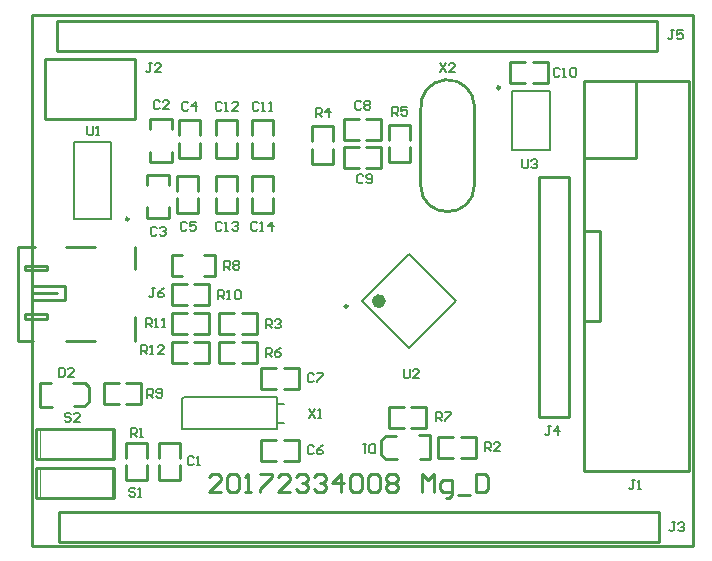
<source format=gto>
G04*
G04 #@! TF.GenerationSoftware,Altium Limited,Altium Designer,20.0.2 (26)*
G04*
G04 Layer_Color=65535*
%FSLAX24Y24*%
%MOIN*%
G70*
G01*
G75*
%ADD10C,0.0098*%
%ADD11C,0.0236*%
%ADD12C,0.0100*%
%ADD13C,0.0079*%
%ADD14C,0.0070*%
%ADD15C,0.0050*%
%ADD16C,0.0010*%
D10*
X10518Y7994D02*
G03*
X10518Y7994I-49J0D01*
G01*
X15599Y15285D02*
G03*
X15599Y15285I-49J0D01*
G01*
X3225Y10901D02*
G03*
X3225Y10901I-49J0D01*
G01*
D11*
X11679Y8168D02*
G03*
X11679Y8168I-118J0D01*
G01*
D12*
X14750Y14650D02*
G03*
X12961Y14509I-900J0D01*
G01*
X12950Y12050D02*
G03*
X14750Y12050I900J0D01*
G01*
X2400Y5450D02*
X2900D01*
X2400Y4750D02*
Y5450D01*
Y4750D02*
X2900D01*
X3150Y5450D02*
X3650D01*
Y4750D02*
Y5450D01*
X3150Y4750D02*
X3650D01*
X270Y5430D02*
X630D01*
X270Y4650D02*
X660D01*
X1380Y5450D02*
X1760D01*
X1400Y4670D02*
X1750D01*
X270Y4650D02*
Y5430D01*
X1760Y5450D02*
X1900Y5310D01*
X1750Y4670D02*
X1900Y4820D01*
Y5310D01*
X12920Y2920D02*
X13280D01*
X12890Y3700D02*
X13280D01*
X11790Y2900D02*
X12170D01*
X11800Y3680D02*
X12150D01*
X13280Y2920D02*
Y3700D01*
X11650Y3040D02*
X11790Y2900D01*
X11650Y3530D02*
X11800Y3680D01*
X11650Y3040D02*
Y3530D01*
X4250Y2200D02*
Y2700D01*
Y2200D02*
X4950D01*
Y2700D01*
X4250Y2950D02*
Y3450D01*
X4950D01*
Y2950D02*
Y3450D01*
X3150Y2200D02*
Y2700D01*
Y2200D02*
X3850D01*
Y2700D01*
X3150Y2950D02*
Y3450D01*
X3850D01*
Y2950D02*
Y3450D01*
X2750Y2612D02*
X2750Y1588D01*
X150Y2612D02*
X2750D01*
X150Y1588D02*
X150Y2612D01*
X150Y1588D02*
X2750Y1588D01*
X2750Y3912D02*
X2750Y2888D01*
X150Y3912D02*
X2750D01*
X150Y2888D02*
X150Y3912D01*
X150Y2888D02*
X2750Y2888D01*
X14300Y2950D02*
X14800D01*
Y3650D01*
X14300D02*
X14800D01*
X13550Y2950D02*
X14050D01*
X13550D02*
Y3650D01*
X14050D01*
X12650Y3950D02*
X13150D01*
Y4650D01*
X12650D02*
X13150D01*
X11900Y3950D02*
X12400D01*
X11900D02*
Y4650D01*
X12400D01*
X7650Y5950D02*
X8150D01*
X7650Y5250D02*
Y5950D01*
Y5250D02*
X8150D01*
X8400Y5950D02*
X8900D01*
Y5250D02*
Y5950D01*
X8400Y5250D02*
X8900D01*
X7650Y3550D02*
X8150D01*
X7650Y2850D02*
Y3550D01*
Y2850D02*
X8150D01*
X8400Y3550D02*
X8900D01*
Y2850D02*
Y3550D01*
X8400Y2850D02*
X8900D01*
X6250Y7765D02*
X6750D01*
X6250Y7065D02*
Y7765D01*
Y7065D02*
X6750D01*
X7000Y7765D02*
X7500D01*
Y7065D02*
Y7765D01*
X7000Y7065D02*
X7500D01*
X6250Y6800D02*
X6750D01*
X6250Y6100D02*
Y6800D01*
Y6100D02*
X6750D01*
X7000Y6800D02*
X7500D01*
Y6100D02*
Y6800D01*
X7000Y6100D02*
X7500D01*
X4667Y9704D02*
X5002D01*
X4667D02*
X5002D01*
X4667Y8996D02*
X5002D01*
X4667D02*
Y9704D01*
X6104Y8996D02*
Y9704D01*
X5750D02*
X6104D01*
X5750Y8996D02*
X6104D01*
X4667Y8730D02*
X5167D01*
X4667Y8030D02*
Y8730D01*
Y8030D02*
X5167D01*
X5417Y8730D02*
X5917D01*
Y8030D02*
Y8730D01*
X5417Y8030D02*
X5917D01*
X4667Y6800D02*
X5167D01*
X4667Y6100D02*
Y6800D01*
Y6100D02*
X5167D01*
X5417Y6800D02*
X5917D01*
Y6100D02*
Y6800D01*
X5417Y6100D02*
X5917D01*
X4667Y7765D02*
X5167D01*
X4667Y7065D02*
Y7765D01*
Y7065D02*
X5167D01*
X5417Y7765D02*
X5917D01*
Y7065D02*
Y7765D01*
X5417Y7065D02*
X5917D01*
X-451Y6827D02*
Y9977D01*
X-243Y9347D02*
X505D01*
X-243Y9189D02*
X-243Y9347D01*
X-243Y9189D02*
X505Y9189D01*
X505Y9347D01*
X-243Y7732D02*
X505Y7732D01*
X-243Y7575D02*
Y7732D01*
Y7575D02*
X505D01*
Y7732D01*
X1095Y8205D02*
Y8677D01*
X-7Y8205D02*
X1095Y8205D01*
X-7Y8205D02*
Y8677D01*
X1095D01*
X-7Y8441D02*
X820Y8441D01*
X1149Y6826D02*
X2099D01*
X-451Y6827D02*
X49D01*
X1149Y9976D02*
X2099Y9976D01*
X-451Y9977D02*
X99D01*
X3418D02*
X3418Y9229D01*
X3418Y6827D02*
Y7654D01*
X900Y150D02*
Y1150D01*
Y150D02*
X20900D01*
Y1150D01*
X900D02*
X20900D01*
X18398Y15506D02*
X21902D01*
X18398Y2504D02*
Y15506D01*
X21902Y2504D02*
Y15506D01*
X18950Y7500D02*
Y10500D01*
X18408Y7500D02*
X18950D01*
X18408Y10500D02*
X18950D01*
X18418Y12937D02*
X20150D01*
Y15506D01*
X18398Y2494D02*
X21902D01*
X850Y16500D02*
Y17500D01*
Y16500D02*
X20850D01*
Y17500D01*
X850D02*
X20850D01*
X16700Y15450D02*
X17200D01*
Y16150D01*
X16700D02*
X17200D01*
X15950Y15450D02*
X16450D01*
X15950D02*
Y16150D01*
X16450D01*
X16900Y4300D02*
X17900D01*
X16900Y12300D02*
X17900D01*
X16900Y4300D02*
Y12300D01*
X17900Y4300D02*
Y12300D01*
X12950Y12050D02*
X12950Y14550D01*
X14750Y14650D02*
X14750Y12050D01*
X10400Y13300D02*
X10900D01*
X10400Y12600D02*
Y13300D01*
Y12600D02*
X10900D01*
X11150Y13300D02*
X11650D01*
Y12600D02*
Y13300D01*
X11150Y12600D02*
X11650D01*
X10400Y14250D02*
X10900D01*
X10400Y13550D02*
Y14250D01*
Y13550D02*
X10900D01*
X11150Y14250D02*
X11650D01*
Y13550D02*
Y14250D01*
X11150Y13550D02*
X11650D01*
X10050Y13500D02*
Y14000D01*
X9350D02*
X10050D01*
X9350Y13500D02*
Y14000D01*
X10050Y12750D02*
Y13250D01*
X9350Y12750D02*
X10050D01*
X9350D02*
Y13250D01*
X12600Y13550D02*
Y14050D01*
X11900D02*
X12600D01*
X11900Y13550D02*
Y14050D01*
X12600Y12800D02*
Y13300D01*
X11900Y12800D02*
X12600D01*
X11900D02*
Y13300D01*
X4554Y12050D02*
Y12385D01*
Y12050D02*
Y12385D01*
X3846Y12050D02*
Y12385D01*
X4554D01*
X3846Y10948D02*
X4554D01*
Y11302D01*
X3846Y10948D02*
Y11302D01*
X5550Y11850D02*
Y12350D01*
X4850D02*
X5550D01*
X4850Y11850D02*
Y12350D01*
X5550Y11100D02*
Y11600D01*
X4850Y11100D02*
X5550D01*
X4850D02*
Y11600D01*
X6150Y11100D02*
Y11600D01*
Y11100D02*
X6850D01*
Y11600D01*
X6150Y11850D02*
Y12350D01*
X6850D01*
Y11850D02*
Y12350D01*
X7325Y11100D02*
Y11600D01*
Y11100D02*
X8025D01*
Y11600D01*
X7325Y11850D02*
Y12350D01*
X8025D01*
Y11850D02*
Y12350D01*
X3946Y12815D02*
Y13150D01*
Y12815D02*
Y13150D01*
X4654Y12815D02*
Y13150D01*
X3946Y12815D02*
X4654D01*
X3946Y14252D02*
X4654D01*
X3946Y13898D02*
Y14252D01*
X4654Y13898D02*
Y14252D01*
X4900Y12950D02*
Y13450D01*
Y12950D02*
X5600D01*
Y13450D01*
X4900Y13700D02*
Y14200D01*
X5600D01*
Y13700D02*
Y14200D01*
X8025Y13700D02*
Y14200D01*
X7325D02*
X8025D01*
X7325Y13700D02*
Y14200D01*
X8025Y12950D02*
Y13450D01*
X7325Y12950D02*
X8025D01*
X7325D02*
Y13450D01*
X6850Y13700D02*
Y14200D01*
X6150D02*
X6850D01*
X6150Y13700D02*
Y14200D01*
X6850Y12950D02*
Y13450D01*
X6150Y12950D02*
X6850D01*
X6150D02*
Y13450D01*
X3450Y14250D02*
Y16250D01*
X450D02*
X3450D01*
X450Y14250D02*
Y16250D01*
Y14250D02*
X3450D01*
X6300Y1800D02*
X5900D01*
X6300Y2200D01*
Y2300D01*
X6200Y2400D01*
X6000D01*
X5900Y2300D01*
X6500D02*
X6600Y2400D01*
X6800D01*
X6900Y2300D01*
Y1900D01*
X6800Y1800D01*
X6600D01*
X6500Y1900D01*
Y2300D01*
X7100Y1800D02*
X7300D01*
X7200D01*
Y2400D01*
X7100Y2300D01*
X7599Y2400D02*
X7999D01*
Y2300D01*
X7599Y1900D01*
Y1800D01*
X8599D02*
X8199D01*
X8599Y2200D01*
Y2300D01*
X8499Y2400D01*
X8299D01*
X8199Y2300D01*
X8799D02*
X8899Y2400D01*
X9099D01*
X9199Y2300D01*
Y2200D01*
X9099Y2100D01*
X8999D01*
X9099D01*
X9199Y2000D01*
Y1900D01*
X9099Y1800D01*
X8899D01*
X8799Y1900D01*
X9399Y2300D02*
X9499Y2400D01*
X9699D01*
X9799Y2300D01*
Y2200D01*
X9699Y2100D01*
X9599D01*
X9699D01*
X9799Y2000D01*
Y1900D01*
X9699Y1800D01*
X9499D01*
X9399Y1900D01*
X10299Y1800D02*
Y2400D01*
X9999Y2100D01*
X10399D01*
X10598Y2300D02*
X10698Y2400D01*
X10898D01*
X10998Y2300D01*
Y1900D01*
X10898Y1800D01*
X10698D01*
X10598Y1900D01*
Y2300D01*
X11198D02*
X11298Y2400D01*
X11498D01*
X11598Y2300D01*
Y1900D01*
X11498Y1800D01*
X11298D01*
X11198Y1900D01*
Y2300D01*
X11798D02*
X11898Y2400D01*
X12098D01*
X12198Y2300D01*
Y2200D01*
X12098Y2100D01*
X12198Y2000D01*
Y1900D01*
X12098Y1800D01*
X11898D01*
X11798Y1900D01*
Y2000D01*
X11898Y2100D01*
X11798Y2200D01*
Y2300D01*
X11898Y2100D02*
X12098D01*
X12998Y1800D02*
Y2400D01*
X13198Y2200D01*
X13398Y2400D01*
Y1800D01*
X13797Y1600D02*
X13897D01*
X13997Y1700D01*
Y2200D01*
X13697D01*
X13598Y2100D01*
Y1900D01*
X13697Y1800D01*
X13997D01*
X14197Y1700D02*
X14597D01*
X14797Y2400D02*
Y1800D01*
X15097D01*
X15197Y1900D01*
Y2300D01*
X15097Y2400D01*
X14797D01*
X22047Y0D02*
Y17717D01*
X-0D02*
X22047D01*
X-0D02*
X0Y0D01*
X22047D01*
D13*
X11005Y8168D02*
X12564Y6609D01*
Y9727D02*
X14123Y8168D01*
X11005Y8168D02*
X12564Y9727D01*
Y6609D02*
X14123Y8168D01*
X15993Y13216D02*
X17253D01*
X15993Y15184D02*
X17253D01*
Y13216D02*
Y15184D01*
X15993Y13216D02*
Y15184D01*
X1384Y13480D02*
X2644D01*
X1384Y10920D02*
X2644D01*
X1384D02*
Y13480D01*
X2644Y10920D02*
Y13480D01*
D14*
X5247Y3891D02*
X8161D01*
X8161Y4966D02*
X8161Y3891D01*
X5247Y4966D02*
X8161Y4966D01*
X5066D02*
X5247Y4966D01*
X5000Y4900D02*
X5066Y4966D01*
X5000Y4900D02*
X5000Y3900D01*
X5009Y3891D01*
X5247D01*
X8161Y4100D02*
X8400D01*
X8154Y4746D02*
X8400D01*
D15*
X3850Y4950D02*
Y5250D01*
X4000D01*
X4050Y5200D01*
Y5100D01*
X4000Y5050D01*
X3850D01*
X3950D02*
X4050Y4950D01*
X4150Y5000D02*
X4200Y4950D01*
X4300D01*
X4350Y5000D01*
Y5200D01*
X4300Y5250D01*
X4200D01*
X4150Y5200D01*
Y5150D01*
X4200Y5100D01*
X4350D01*
X900Y5950D02*
Y5650D01*
X1050D01*
X1100Y5700D01*
Y5900D01*
X1050Y5950D01*
X900D01*
X1400Y5650D02*
X1200D01*
X1400Y5850D01*
Y5900D01*
X1350Y5950D01*
X1250D01*
X1200Y5900D01*
X11450Y3100D02*
Y3400D01*
X11300D01*
X11250Y3350D01*
Y3150D01*
X11300Y3100D01*
X11450D01*
X11150Y3400D02*
X11050D01*
X11100D01*
Y3100D01*
X11150Y3150D01*
X12400Y5900D02*
Y5650D01*
X12450Y5600D01*
X12550D01*
X12600Y5650D01*
Y5900D01*
X12900Y5600D02*
X12700D01*
X12900Y5800D01*
Y5850D01*
X12850Y5900D01*
X12750D01*
X12700Y5850D01*
X5400Y2950D02*
X5350Y3000D01*
X5250D01*
X5200Y2950D01*
Y2750D01*
X5250Y2700D01*
X5350D01*
X5400Y2750D01*
X5500Y2700D02*
X5600D01*
X5550D01*
Y3000D01*
X5500Y2950D01*
X3300Y3650D02*
Y3950D01*
X3450D01*
X3500Y3900D01*
Y3800D01*
X3450Y3750D01*
X3300D01*
X3400D02*
X3500Y3650D01*
X3600D02*
X3700D01*
X3650D01*
Y3950D01*
X3600Y3900D01*
X3450Y1900D02*
X3400Y1950D01*
X3300D01*
X3250Y1900D01*
Y1850D01*
X3300Y1800D01*
X3400D01*
X3450Y1750D01*
Y1700D01*
X3400Y1650D01*
X3300D01*
X3250Y1700D01*
X3550Y1650D02*
X3650D01*
X3600D01*
Y1950D01*
X3550Y1900D01*
X1300Y4400D02*
X1250Y4450D01*
X1150D01*
X1100Y4400D01*
Y4350D01*
X1150Y4300D01*
X1250D01*
X1300Y4250D01*
Y4200D01*
X1250Y4150D01*
X1150D01*
X1100Y4200D01*
X1600Y4150D02*
X1400D01*
X1600Y4350D01*
Y4400D01*
X1550Y4450D01*
X1450D01*
X1400Y4400D01*
X15095Y3155D02*
Y3455D01*
X15245D01*
X15295Y3405D01*
Y3305D01*
X15245Y3255D01*
X15095D01*
X15195D02*
X15295Y3155D01*
X15595D02*
X15395D01*
X15595Y3355D01*
Y3405D01*
X15545Y3455D01*
X15445D01*
X15395Y3405D01*
X13455Y4155D02*
Y4455D01*
X13605D01*
X13655Y4405D01*
Y4305D01*
X13605Y4255D01*
X13455D01*
X13555D02*
X13655Y4155D01*
X13755Y4455D02*
X13955D01*
Y4405D01*
X13755Y4205D01*
Y4155D01*
X9395Y5705D02*
X9345Y5755D01*
X9245D01*
X9195Y5705D01*
Y5505D01*
X9245Y5455D01*
X9345D01*
X9395Y5505D01*
X9495Y5755D02*
X9695D01*
Y5705D01*
X9495Y5505D01*
Y5455D01*
X9395Y3305D02*
X9345Y3355D01*
X9245D01*
X9195Y3305D01*
Y3105D01*
X9245Y3055D01*
X9345D01*
X9395Y3105D01*
X9695Y3355D02*
X9595Y3305D01*
X9495Y3205D01*
Y3105D01*
X9545Y3055D01*
X9645D01*
X9695Y3105D01*
Y3155D01*
X9645Y3205D01*
X9495D01*
X9245Y4575D02*
X9445Y4275D01*
Y4575D02*
X9245Y4275D01*
X9545D02*
X9645D01*
X9595D01*
Y4575D01*
X9545Y4525D01*
X7795Y7265D02*
Y7565D01*
X7945D01*
X7995Y7515D01*
Y7415D01*
X7945Y7365D01*
X7795D01*
X7895D02*
X7995Y7265D01*
X8095Y7515D02*
X8145Y7565D01*
X8245D01*
X8295Y7515D01*
Y7465D01*
X8245Y7415D01*
X8195D01*
X8245D01*
X8295Y7365D01*
Y7315D01*
X8245Y7265D01*
X8145D01*
X8095Y7315D01*
X7795Y6305D02*
Y6605D01*
X7945D01*
X7995Y6555D01*
Y6455D01*
X7945Y6405D01*
X7795D01*
X7895D02*
X7995Y6305D01*
X8295Y6605D02*
X8195Y6555D01*
X8095Y6455D01*
Y6355D01*
X8145Y6305D01*
X8245D01*
X8295Y6355D01*
Y6405D01*
X8245Y6455D01*
X8095D01*
X6405Y9205D02*
Y9505D01*
X6555D01*
X6605Y9455D01*
Y9355D01*
X6555Y9305D01*
X6405D01*
X6505D02*
X6605Y9205D01*
X6705Y9455D02*
X6755Y9505D01*
X6855D01*
X6905Y9455D01*
Y9405D01*
X6855Y9355D01*
X6905Y9305D01*
Y9255D01*
X6855Y9205D01*
X6755D01*
X6705Y9255D01*
Y9305D01*
X6755Y9355D01*
X6705Y9405D01*
Y9455D01*
X6755Y9355D02*
X6855D01*
X6215Y8235D02*
Y8535D01*
X6365D01*
X6415Y8485D01*
Y8385D01*
X6365Y8335D01*
X6215D01*
X6315D02*
X6415Y8235D01*
X6515D02*
X6615D01*
X6565D01*
Y8535D01*
X6515Y8485D01*
X6765D02*
X6815Y8535D01*
X6915D01*
X6965Y8485D01*
Y8285D01*
X6915Y8235D01*
X6815D01*
X6765Y8285D01*
Y8485D01*
X3650Y6400D02*
Y6700D01*
X3800D01*
X3850Y6650D01*
Y6550D01*
X3800Y6500D01*
X3650D01*
X3750D02*
X3850Y6400D01*
X3950D02*
X4050D01*
X4000D01*
Y6700D01*
X3950Y6650D01*
X4400Y6400D02*
X4200D01*
X4400Y6600D01*
Y6650D01*
X4350Y6700D01*
X4250D01*
X4200Y6650D01*
X3800Y7300D02*
Y7600D01*
X3950D01*
X4000Y7550D01*
Y7450D01*
X3950Y7400D01*
X3800D01*
X3900D02*
X4000Y7300D01*
X4100D02*
X4200D01*
X4150D01*
Y7600D01*
X4100Y7550D01*
X4350Y7300D02*
X4450D01*
X4400D01*
Y7600D01*
X4350Y7550D01*
X4100Y8600D02*
X4000D01*
X4050D01*
Y8350D01*
X4000Y8300D01*
X3950D01*
X3900Y8350D01*
X4400Y8600D02*
X4300Y8550D01*
X4200Y8450D01*
Y8350D01*
X4250Y8300D01*
X4350D01*
X4400Y8350D01*
Y8400D01*
X4350Y8450D01*
X4200D01*
X21450Y800D02*
X21350D01*
X21400D01*
Y550D01*
X21350Y500D01*
X21300D01*
X21250Y550D01*
X21550Y750D02*
X21600Y800D01*
X21700D01*
X21750Y750D01*
Y700D01*
X21700Y650D01*
X21650D01*
X21700D01*
X21750Y600D01*
Y550D01*
X21700Y500D01*
X21600D01*
X21550Y550D01*
X20100Y2200D02*
X20000D01*
X20050D01*
Y1950D01*
X20000Y1900D01*
X19950D01*
X19900Y1950D01*
X20200Y1900D02*
X20300D01*
X20250D01*
Y2200D01*
X20200Y2150D01*
X21400Y17200D02*
X21300D01*
X21350D01*
Y16950D01*
X21300Y16900D01*
X21250D01*
X21200Y16950D01*
X21700Y17200D02*
X21500D01*
Y17050D01*
X21600Y17100D01*
X21650D01*
X21700Y17050D01*
Y16950D01*
X21650Y16900D01*
X21550D01*
X21500Y16950D01*
X17600Y15900D02*
X17550Y15950D01*
X17450D01*
X17400Y15900D01*
Y15700D01*
X17450Y15650D01*
X17550D01*
X17600Y15700D01*
X17700Y15650D02*
X17800D01*
X17750D01*
Y15950D01*
X17700Y15900D01*
X17950D02*
X18000Y15950D01*
X18100D01*
X18150Y15900D01*
Y15700D01*
X18100Y15650D01*
X18000D01*
X17950Y15700D01*
Y15900D01*
X17300Y4000D02*
X17200D01*
X17250D01*
Y3750D01*
X17200Y3700D01*
X17150D01*
X17100Y3750D01*
X17550Y3700D02*
Y4000D01*
X17400Y3850D01*
X17600D01*
X16350Y12900D02*
Y12650D01*
X16400Y12600D01*
X16500D01*
X16550Y12650D01*
Y12900D01*
X16650Y12850D02*
X16700Y12900D01*
X16800D01*
X16850Y12850D01*
Y12800D01*
X16800Y12750D01*
X16750D01*
X16800D01*
X16850Y12700D01*
Y12650D01*
X16800Y12600D01*
X16700D01*
X16650Y12650D01*
X13600Y16100D02*
X13800Y15800D01*
Y16100D02*
X13600Y15800D01*
X14100D02*
X13900D01*
X14100Y16000D01*
Y16050D01*
X14050Y16100D01*
X13950D01*
X13900Y16050D01*
X11050Y12350D02*
X11000Y12400D01*
X10900D01*
X10850Y12350D01*
Y12150D01*
X10900Y12100D01*
X11000D01*
X11050Y12150D01*
X11150D02*
X11200Y12100D01*
X11300D01*
X11350Y12150D01*
Y12350D01*
X11300Y12400D01*
X11200D01*
X11150Y12350D01*
Y12300D01*
X11200Y12250D01*
X11350D01*
X10975Y14795D02*
X10925Y14845D01*
X10825D01*
X10775Y14795D01*
Y14595D01*
X10825Y14545D01*
X10925D01*
X10975Y14595D01*
X11075Y14795D02*
X11125Y14845D01*
X11225D01*
X11275Y14795D01*
Y14745D01*
X11225Y14695D01*
X11275Y14645D01*
Y14595D01*
X11225Y14545D01*
X11125D01*
X11075Y14595D01*
Y14645D01*
X11125Y14695D01*
X11075Y14745D01*
Y14795D01*
X11125Y14695D02*
X11225D01*
X9455Y14305D02*
Y14605D01*
X9605D01*
X9655Y14555D01*
Y14455D01*
X9605Y14405D01*
X9455D01*
X9555D02*
X9655Y14305D01*
X9905D02*
Y14605D01*
X9755Y14455D01*
X9955D01*
X12005Y14345D02*
Y14645D01*
X12155D01*
X12205Y14595D01*
Y14495D01*
X12155Y14445D01*
X12005D01*
X12105D02*
X12205Y14345D01*
X12505Y14645D02*
X12305D01*
Y14495D01*
X12405Y14545D01*
X12455D01*
X12505Y14495D01*
Y14395D01*
X12455Y14345D01*
X12355D01*
X12305Y14395D01*
X4155Y10595D02*
X4105Y10645D01*
X4005D01*
X3955Y10595D01*
Y10395D01*
X4005Y10345D01*
X4105D01*
X4155Y10395D01*
X4255Y10595D02*
X4305Y10645D01*
X4405D01*
X4455Y10595D01*
Y10545D01*
X4405Y10495D01*
X4355D01*
X4405D01*
X4455Y10445D01*
Y10395D01*
X4405Y10345D01*
X4305D01*
X4255Y10395D01*
X5155Y10755D02*
X5105Y10805D01*
X5005D01*
X4955Y10755D01*
Y10555D01*
X5005Y10505D01*
X5105D01*
X5155Y10555D01*
X5455Y10805D02*
X5255D01*
Y10655D01*
X5355Y10705D01*
X5405D01*
X5455Y10655D01*
Y10555D01*
X5405Y10505D01*
X5305D01*
X5255Y10555D01*
X6325Y10755D02*
X6275Y10805D01*
X6175D01*
X6125Y10755D01*
Y10555D01*
X6175Y10505D01*
X6275D01*
X6325Y10555D01*
X6425Y10505D02*
X6525D01*
X6475D01*
Y10805D01*
X6425Y10755D01*
X6675D02*
X6725Y10805D01*
X6825D01*
X6875Y10755D01*
Y10705D01*
X6825Y10655D01*
X6775D01*
X6825D01*
X6875Y10605D01*
Y10555D01*
X6825Y10505D01*
X6725D01*
X6675Y10555D01*
X7505Y10755D02*
X7455Y10805D01*
X7355D01*
X7305Y10755D01*
Y10555D01*
X7355Y10505D01*
X7455D01*
X7505Y10555D01*
X7605Y10505D02*
X7705D01*
X7655D01*
Y10805D01*
X7605Y10755D01*
X8005Y10505D02*
Y10805D01*
X7855Y10655D01*
X8055D01*
X4255Y14805D02*
X4205Y14855D01*
X4105D01*
X4055Y14805D01*
Y14605D01*
X4105Y14555D01*
X4205D01*
X4255Y14605D01*
X4555Y14555D02*
X4355D01*
X4555Y14755D01*
Y14805D01*
X4505Y14855D01*
X4405D01*
X4355Y14805D01*
X5205Y14755D02*
X5155Y14805D01*
X5055D01*
X5005Y14755D01*
Y14555D01*
X5055Y14505D01*
X5155D01*
X5205Y14555D01*
X5455Y14505D02*
Y14805D01*
X5305Y14655D01*
X5505D01*
X7555Y14755D02*
X7505Y14805D01*
X7405D01*
X7355Y14755D01*
Y14555D01*
X7405Y14505D01*
X7505D01*
X7555Y14555D01*
X7655Y14505D02*
X7755D01*
X7705D01*
Y14805D01*
X7655Y14755D01*
X7905Y14505D02*
X8005D01*
X7955D01*
Y14805D01*
X7905Y14755D01*
X6325D02*
X6275Y14805D01*
X6175D01*
X6125Y14755D01*
Y14555D01*
X6175Y14505D01*
X6275D01*
X6325Y14555D01*
X6425Y14505D02*
X6525D01*
X6475D01*
Y14805D01*
X6425Y14755D01*
X6875Y14505D02*
X6675D01*
X6875Y14705D01*
Y14755D01*
X6825Y14805D01*
X6725D01*
X6675Y14755D01*
X1850Y14000D02*
Y13750D01*
X1900Y13700D01*
X2000D01*
X2050Y13750D01*
Y14000D01*
X2150Y13700D02*
X2250D01*
X2200D01*
Y14000D01*
X2150Y13950D01*
X4000Y16100D02*
X3900D01*
X3950D01*
Y15850D01*
X3900Y15800D01*
X3850D01*
X3800Y15850D01*
X4300Y15800D02*
X4100D01*
X4300Y16000D01*
Y16050D01*
X4250Y16100D01*
X4150D01*
X4100Y16050D01*
D16*
X2674Y1588D02*
Y2612D01*
X272D02*
X2674D01*
X272Y1588D02*
Y2612D01*
Y1588D02*
X2674D01*
X2674Y2888D02*
Y3912D01*
X272D02*
X2674D01*
X272Y2888D02*
Y3912D01*
Y2888D02*
X2674D01*
M02*

</source>
